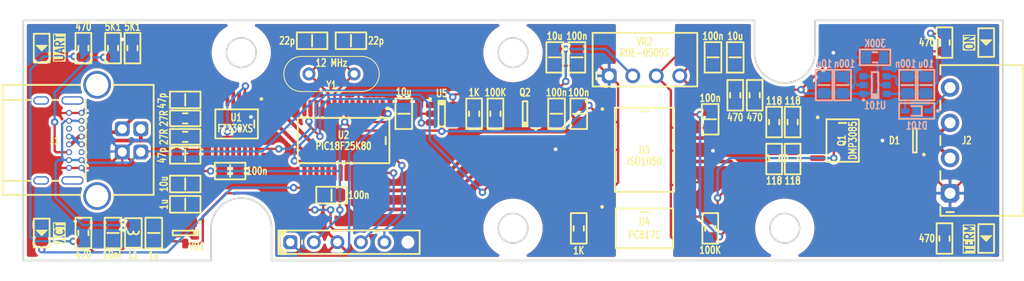
<source format=kicad_pcb>
(kicad_pcb (version 20240108) (generator "pcbnew") (generator_version "8.0")
  (layers (0 "F.Cu" signal) (31 "B.Cu" signal) (34 "B.Paste" user) (35 "F.Paste" user) (36 "B.SilkS" user "B.Silkscreen") (37 "F.SilkS" user "F.Silkscreen") (38 "B.Mask" user) (39 "F.Mask" user) (44 "Edge.Cuts" user))
  (net 0 "")
  (net 1 "B_5V")
  (net 2 "B_GND")
  (net 3 "A_GND")
  (net 4 "A_5V")
  (net 5 "A_5V_USB")
  (net 6 "A_USB_DP")
  (net 7 "A_USB_DN")
  (net 8 "A_CAN_RX")
  (net 9 "A_CAN_TX")
  (net 10 "A_UART_RX")
  (net 11 "A_UART_TX")
  (net 12 "A_ISCP_VPP")
  (net 13 "A_ICSP_DAT")
  (net 14 "A_ICSP_CLK")
  (net 15 "A_OSC1")
  (net 16 "A_OSC2")
  (net 17 "B_CAN_H")
  (net 18 "B_CAN_L")
  (net 19 "A_UART_DN")
  (net 20 "A_UART_DP")
  (net 21 "A_3V3")
  (net 22 "A_PWREN#")
  (net 23 "A_VDDCORE")
  (net 24 "A_IO_TERMINATE#")
  (net 25 "B_CAN_L_SPLIT")
  (net 26 "B_CAN_H_SPLIT")
  (net 27 "B_IO_TERMINATE#")
  (net 28 "B_CAN_SPLIT")
  (net 29 "B_LED_TERMINATE")
  (net 30 "B_LED_POWER")
  (net 31 "A_LED_UART")
  (net 32 "A_LED_UART#")
  (net 33 "A_LED_ACTIVITY")
  (net 34 "A_LED_ACTIVITY#")
  (net 35 "A_USB_CC1")
  (net 36 "A_USB_CC2")
  (net 37 "A_ISO_TERMINATE")
  (net 38 "A_PWREN#_5V")
  (net 39 "A_5V_SWITCHED")
  (net 40 "A_PWREN#_5V'")
  (net 41 "B_ILIMIT")
  (net 42 "B_5V_OUT")
  (net 43 "B_5V_DIODED")
  (footprint "Medo64:DS (0805)" (layer "F.Cu") (at 124 22.4 90)
    (property "Reference" "DS4" (hide yes))
    (property "Value" "ON")
  )
  (footprint "Medo64:R (0805)" (layer "F.Cu") (at 101.1 31 -90)
    (property "Reference" "R3" (hide yes))
    (property "Value" "118")
  )
  (footprint "Medo64:C (0805)" (layer "F.Cu") (at 55.4 22.2)
    (property "Reference" "C1" (hide yes))
    (property "Value" "22p")
  )
  (footprint "Medo64:Q MOSFET-P x2 (SO-8)" (layer "F.Cu") (at 108.5 33)
    (property "Reference" "Q1")
    (property "Value" "DMP3085")
  )
  (footprint "Medo64:C (0805)" (layer "F.Cu") (at 37.5 34.6)
    (property "Reference" "C4" (hide yes))
    (property "Value" "47p")
  )
  (footprint "Medo64:R (0805)" (layer "F.Cu") (at 119.5 43.6 90)
    (property "Reference" "R12" (hide yes))
    (property "Value" "470")
  )
  (footprint "Medo64:AT Optocoupler 1ch 80kHz 5000V [817C] (SOP-4)" (layer "F.Cu") (at 87.1 42.5)
    (property "Reference" "U4")
    (property "Value" "PC817C")
  )
  (footprint "Medo64:C (0805)" (layer "F.Cu") (at 37.5 39.9)
    (property "Reference" "C14" (hide yes))
    (property "Value" "1u")
  )
  (footprint "Medo64:R (0805)" (layer "F.Cu") (at 96.9 28.1 -90)
    (property "Reference" "R7" (hide yes))
    (property "Value" "470")
  )
  (footprint "Medo64:C (0805)" (layer "F.Cu") (at 29.7 43 -90)
    (property "Reference" "C5" (hide yes))
    (property "Value" "10nF")
  )
  (footprint "Medo64:R (0805)" (layer "F.Cu") (at 31.8 23 90)
    (property "Reference" "R16" (hide yes))
    (property "Value" "5K1")
  )
  (footprint "Medo64:R (0805)" (layer "F.Cu") (at 68.7 30.1 90)
    (property "Reference" "R14" (hide yes))
    (property "Value" "1K")
  )
  (footprint "Medo64:C (0805)" (layer "F.Cu") (at 77.4 24 -90)
    (property "Reference" "C17" (hide yes))
    (property "Value" "10u")
  )
  (footprint "Medo64:U LevelTranslator [74LVC1T45] (SOT23-6)" (layer "F.Cu") (at 65.2 30.1)
    (property "Reference" "U5")
    (property "Value" "  74LVC1T45" (hide yes))
  )
  (footprint "Medo64:R (0805)" (layer "F.Cu") (at 37.5 30.6)
    (property "Reference" "R1" (hide yes))
    (property "Value" "27R")
  )
  (footprint "Medo64:R (0805)" (layer "F.Cu") (at 94.2 42.5 90)
    (property "Reference" "R17" (hide yes))
    (property "Value" "100K")
  )
  (footprint "Medo64:R (0805)" (layer "F.Cu") (at 80 42.5 90)
    (property "Reference" "R13" (hide yes))
    (property "Value" "1K")
  )
  (footprint "Medo64:R (0805)" (layer "F.Cu") (at 101.1 35 -90)
    (property "Reference" "R5" (hide yes))
    (property "Value" "118")
  )
  (footprint "Medo64:J Phoenix MC [CAN] (4w)" (layer "F.Cu") (at 120.1 32.99 90)
    (property "Reference" "J2")
    (property "Value" "MC 1,5/4")
  )
  (footprint "Medo64:U Transceiver UART [FT230XS] (SSOP-16)" (layer "F.Cu") (at 43 31.2 -90)
    (property "Reference" "U1")
    (property "Value" "FT230XS")
  )
  (footprint "Medo64:C (0805)" (layer "F.Cu") (at 42.35 36.3)
    (property "Reference" "C6" (hide yes))
    (property "Value" "100n")
  )
  (footprint "Medo64:DS (0805)" (layer "F.Cu") (at 22 23 90)
    (property "Reference" "DS2" (hide yes))
    (property "Value" "UART")
  )
  (footprint "Medo64:C (0805)" (layer "F.Cu") (at 94.5 24 90)
    (property "Reference" "C11" (hide yes))
    (property "Value" "100n")
  )
  (footprint "Medo64:C (0805)" (layer "F.Cu") (at 61.1 30.1 90)
    (property "Reference" "C16" (hide yes))
    (property "Value" "10u")
  )
  (footprint "Medo64:Q MOSFET-P (SOT23-3)" (layer "F.Cu") (at 74.2 30.1 90)
    (property "Reference" "Q2")
    (property "Value" "Val**" (hide yes))
  )
  (footprint "Medo64:C (0805)" (layer "F.Cu") (at 53.3 38.9 180)
    (property "Reference" "C7" (hide yes))
    (property "Value" "100n")
  )
  (footprint "Medo64:C (0805)" (layer "F.Cu") (at 94.2 30.7 -90)
    (property "Reference" "C9" (hide yes))
    (property "Value" "100n")
  )
  (footprint "Medo64:R (0805)" (layer "F.Cu") (at 119.5 22.4 90)
    (property "Reference" "R11" (hide yes))
    (property "Value" "470")
  )
  (footprint "Medo64:C (0805)" (layer "F.Cu") (at 51.2 22.2 180)
    (property "Reference" "C2" (hide yes))
    (property "Value" "22p")
  )
  (footprint "Medo64:C (0805)" (layer "F.Cu") (at 80 30.1 -90)
    (property "Reference" "C8" (hide yes))
    (property "Value" "100n")
  )
  (footprint "Medo64:R (0805)" (layer "F.Cu") (at 29.7 23 90)
    (property "Reference" "R15" (hide yes))
    (property "Value" "5K1")
  )
  (footprint "Medo64:R (0805)" (layer "F.Cu") (at 103.1 31 -90)
    (property "Reference" "R4" (hide yes))
    (property "Value" "118")
  )
  (footprint "Medo64:R (0805)" (layer "F.Cu") (at 26.5 43 90)
    (property "Reference" "R10" (hide yes))
    (property "Value" "470")
  )
  (footprint "Medo64:C (0805)" (layer "F.Cu") (at 37.5 28.6)
    (property "Reference" "C3" (hide yes))
    (property "Value" "47p")
  )
  (footprint "Medo64:C (0805)" (layer "F.Cu") (at 79.8 24 -90)
    (property "Reference" "C10" (hide yes))
    (property "Value" "100n")
  )
  (footprint "Medo64:U Micro [PIC18F25K80] (SSOP-28)" (layer "F.Cu") (at 54.6 33 -90)
    (property "Reference" "U2")
    (property "Value" "PIC18F25K80")
  )
  (footprint "Medo64:R (0805)" (layer "F.Cu") (at 71 30.1 -90)
    (property "Reference" "R18" (hide yes))
    (property "Value" "100K")
  )
  (footprint "Medo64:C (0805)" (layer "F.Cu") (at 77.6 30.1 -90)
    (property "Reference" "C12" (hide yes))
    (property "Value" "100n")
  )
  (footprint "Medo64:U Transceiver CAN Isolated [ISO1050DUBR] (SOP-8)" (layer "F.Cu") (at 87.1 34)
    (property "Reference" "U3")
    (property "Value" "ISO1050")
  )
  (footprint "Medo64:D TVS 24V [PESD24VL2BT,215] (SOT23-3)" (layer "F.Cu") (at 116.3 32.99 90)
    (property "Reference" "D1")
    (property "Value" "PESD24VL2BT" (hide yes))
  )
  (footprint "Medo64:C (0805)" (layer "F.Cu") (at 96.9 24 90)
    (property "Reference" "C18" (hide yes))
    (property "Value" "10u")
  )
  (footprint "Medo64:VR DC-DC Isolated [ROE-0505S]  (4w)" (layer "F.Cu") (at 87.1 26)
    (property "Reference" "VR2")
    (property "Value" "ROE-0505S")
  )
  (footprint "Medo64:R (0805)" (layer "F.Cu") (at 37.5 32.6)
    (property "Reference" "R2" (hide yes))
    (property "Value" "27R")
  )
  (footprint "Medo64:Y Crystal (HC49U)" (layer "F.Cu") (at 53.3 25.8 180)
    (property "Reference" "Y1")
    (property "Value" "12 MHz")
  )
  (footprint "Medo64:DS (0805)" (layer "F.Cu") (at 124 43.6 90)
    (property "Reference" "DS3" (hide yes))
    (property "Value" "TERM")
  )
  (footprint "Medo64:J USB BC 2.0 Receptacle (4-16w)" (layer "F.Cu") (at 26.3 32.99 -90)
    (property "Reference" "J1")
    (property "Value" "USB4085 B1HSW6" (hide yes))
  )
  (footprint "Medo64:R (0805)" (layer "F.Cu") (at 99 28.1 -90)
    (property "Reference" "R8" (hide yes))
    (property "Value" "470")
  )
  (footprint "Medo64:R (0805)" (layer "F.Cu") (at 26.5 23 90)
    (property "Reference" "R9" (hide yes))
    (property "Value" "470")
  )
  (footprint "Medo64:DS (0805)" (layer "F.Cu") (at 22 43 90)
    (property "Reference" "DS1" (hide yes))
    (property "Value" "ACT")
  )
  (footprint "Medo64:L (0805)" (layer "F.Cu") (at 31.9 43 -90)
    (property "Reference" "L1")
    (property "Value" "1u" (hide yes))
  )
  (footprint "Medo64:ICSP PIC Pogo (6w)" (layer "F.Cu") (at 55.2 44)
    (property "Reference" "ICSP" (hide yes))
    (property "Value" "Microchip PIC" (hide yes))
  )
  (footprint "Medo64:VR Linear 3.3V 250mA [MCP1700] (SOT-23)" (layer "F.Cu") (at 37.5 43 180)
    (property "Reference" "VR1")
    (property "Value" "MCP1700" (hide yes))
  )
  (footprint "Medo64:C (0805)" (layer "F.Cu") (at 37.5 37.7)
    (property "Reference" "C15" (hide yes))
    (property "Value" "10u")
  )
  (footprint "Medo64:C (0805)" (layer "F.Cu") (at 34.1 43 90)
    (property "Reference" "C13" (hide yes))
    (property "Value" "1u")
  )
  (footprint "Medo64:R (0805)" (layer "F.Cu") (at 103.1 35 -90)
    (property "Reference" "R6" (hide yes))
    (property "Value" "118")
  )
  (footprint "Medo64:C (0805)" (layer "B.Cu") (at 115.5 27 90)
    (property "Reference" "C102" (hide yes))
    (property "Value" "100n")
  )
  (footprint "Medo64:C (0805)" (layer "B.Cu") (at 106.5 27 90)
    (property "Reference" "C103" (hide yes))
    (property "Value" "10u")
  )
  (footprint "Medo64:C (0805)" (layer "B.Cu") (at 108.5 27 90)
    (property "Reference" "C101" (hide yes))
    (property "Value" "100n")
  )
  (footprint "Medo64:U LoadSwitch Adjustable [AP22653W6-7] (SOT23-6)" (layer "B.Cu") (at 112 27)
    (property "Reference" "U101")
    (property "Value" "AP22653" (hide yes))
  )
  (footprint "Medo64:D (SOD323)" (layer "B.Cu") (at 116.5 29.8 180)
    (property "Reference" "D101")
    (property "Value" "CUS08F30" (hide yes))
  )
  (footprint "Medo64:C (0805)" (layer "B.Cu") (at 117.5 27 90)
    (property "Reference" "C104" (hide yes))
    (property "Value" "10u")
  )
  (footprint "Medo64:R (0805)" (layer "B.Cu") (at 112 24 180)
    (property "Reference" "R101" (hide yes))
    (property "Value" "300K")
  )
  (gr_circle (center 72.9 42.49) (end 74.5 42.49) (stroke (width 0.2)) (fill none) (layer "Edge.Cuts"))
  (gr_circle (center 43.55 23.49) (end 45.15 23.49) (stroke (width 0.2)) (fill none) (layer "Edge.Cuts"))
  (gr_line (start 125.8 45.98) (end 125.8 20) (stroke (width 0.2)) (layer "Edge.Cuts"))
  (gr_line (start 46.82 45.98) (end 46.82 42.49) (stroke (width 0.2)) (layer "Edge.Cuts"))
  (gr_line (start 105.51 23.49) (end 105.51 20) (stroke (width 0.2)) (layer "Edge.Cuts"))
  (gr_line (start 105.51 20) (end 125.8 20) (stroke (width 0.2)) (layer "Edge.Cuts"))
  (gr_circle (center 72.9 23.49) (end 74.5 23.49) (stroke (width 0.2)) (fill none) (layer "Edge.Cuts"))
  (gr_line (start 20 20) (end 20 45.98) (stroke (width 0.2)) (layer "Edge.Cuts"))
  (gr_line (start 46.82 45.98) (end 125.8 45.98) (stroke (width 0.2)) (layer "Edge.Cuts"))
  (gr_circle (center 102.25 42.49) (end 103.85 42.49) (stroke (width 0.2)) (fill none) (layer "Edge.Cuts"))
  (gr_line (start 40.29 45.98) (end 40.29 42.49) (stroke (width 0.2)) (layer "Edge.Cuts"))
  (gr_line (start 20 45.98) (end 40.29 45.98) (stroke (width 0.2)) (layer "Edge.Cuts"))
  (gr_arc (start 40.29 42.49) (mid 43.555 39.225) (end 46.82 42.49) (stroke (width 0.2)) (layer "Edge.Cuts"))
  (gr_arc (start 105.51 23.49) (mid 102.245 26.755) (end 98.98 23.49) (stroke (width 0.2)) (layer "Edge.Cuts"))
  (gr_line (start 20 20) (end 98.98 20) (stroke (width 0.2)) (layer "Edge.Cuts"))
  (gr_line (start 98.98 23.49) (end 98.98 20) (stroke (width 0.2)) (layer "Edge.Cuts"))
  (segment (start 117.35 23.35) (end 117.1 23.1) (width 0.25) (layer "F.Cu") (net 1))
  (segment (start 117.1 21.2) (end 116.8 20.9) (width 0.25) (layer "F.Cu") (net 1))
  (segment (start 94 43.4) (end 95.2 43.4) (width 0.25) (layer "F.Cu") (net 1))
  (segment (start 91.65 26.74) (end 90.91 26) (width 0.25) (layer "F.Cu") (net 1))
  (segment (start 91.65 30.19) (end 93.81 30.19) (width 0.25) (layer "F.Cu") (net 1))
  (segment (start 95.7 39.7) (end 96.9 38.5) (width 0.25) (layer "F.Cu") (net 1))
  (segment (start 115.7 43.2) (end 117.05 44.55) (width 0.25) (layer "F.Cu") (net 1))
  (segment (start 117.05 44.55) (end 119.5 44.55) (width 0.25) (layer "F.Cu") (net 1))
  (segment (start 100.45 27.15) (end 99 27.15) (width 0.25) (layer "F.Cu") (net 1))
  (segment (start 117.1 23.1) (end 117.1 21.2) (width 0.25) (layer "F.Cu") (net 1))
  (segment (start 106.8 20.9) (end 106.4 21.3) (width 0.25) (layer "F.Cu") (net 1))
  (segment (start 96.9 24.9) (end 94.5 24.9) (width 0.25) (layer "F.Cu") (net 1))
  (segment (start 114.6 38.5) (end 115.7 39.6) (width 0.25) (layer "F.Cu") (net 1))
  (segment (start 116.8 20.9) (end 106.8 20.9) (width 0.25) (layer "F.Cu") (net 1))
  (segment (start 106.4 21.3) (end 106.4 25.1) (width 0.25) (layer "F.Cu") (net 1))
  (segment (start 106.4 25.1) (end 104 27.5) (width 0.25) (layer "F.Cu") (net 1))
  (segment (start 99 27.15) (end 96.9 27.15) (width 0.25) (layer "F.Cu") (net 1))
  (segment (start 104 27.5) (end 100.8 27.5) (width 0.25) (layer "F.Cu") (net 1))
  (segment (start 94.5 24.9) (end 92.4 24.9) (width 0.25) (layer "F.Cu") (net 1))
  (segment (start 100.8 27.5) (end 100.45 27.15) (width 0.25) (layer "F.Cu") (net 1))
  (segment (start 92.01 24.9) (end 90.91 26) (width 0.25) (layer "F.Cu") (net 1))
  (segment (start 115.7 39.6) (end 115.7 43.2) (width 0.25) (layer "F.Cu") (net 1))
  (segment (start 96.9 38.5) (end 114.6 38.5) (width 0.25) (layer "F.Cu") (net 1))
  (segment (start 95.7 42.9) (end 95.7 39.7) (width 0.25) (layer "F.Cu") (net 1))
  (segment (start 95.2 43.4) (end 95.7 42.9) (width 0.25) (layer "F.Cu") (net 1))
  (segment (start 91.65 30.19) (end 91.65 26.74) (width 0.25) (layer "F.Cu") (net 1))
  (segment (start 96.9 24.9) (end 96.9 27.15) (width 0.25) (layer "F.Cu") (net 1))
  (segment (start 92.4 24.9) (end 92.01 24.9) (width 0.25) (layer "F.Cu") (net 1))
  (segment (start 119.5 23.35) (end 117.35 23.35) (width 0.25) (layer "F.Cu") (net 1))
  (via (at 93.1 30.200002) (size 0.8) (drill 0.4) (layers "F.Cu" "B.Cu") (net 1))
  (via (at 104 27.5) (size 0.8) (drill 0.4) (layers "F.Cu" "B.Cu") (net 1))
  (via (at 95.2 43.4) (size 0.8) (drill 0.4) (layers "F.Cu" "B.Cu") (net 1))
  (segment (start 93.1 41.3) (end 93.1 30.200002) (width 0.25) (layer "B.Cu") (net 1))
  (segment (start 111.7 27.6) (end 111.35 27.95) (width 0.25) (layer "B.Cu") (net 1))
  (segment (start 104.4 27.9) (end 104 27.5) (width 0.25) (layer "B.Cu") (net 1))
  (segment (start 111.45 26.05) (end 111.7 26.3) (width 0.25) (layer "B.Cu") (net 1))
  (segment (start 110.75 27.95) (end 108.55 27.95) (width 0.25) (layer "B.Cu") (net 1))
  (segment (start 110.75 26.05) (end 111.45 26.05) (width 0.25) (layer "B.Cu") (net 1))
  (segment (start 111.35 27.95) (end 110.75 27.95) (width 0.25) (layer "B.Cu") (net 1))
  (segment (start 108.5 27.9) (end 106.5 27.9) (width 0.25) (layer "B.Cu") (net 1))
  (segment (start 108.55 27.95) (end 108.5 27.9) (width 0.25) (layer "B.Cu") (net 1))
  (segment (start 111.7 26.3) (end 111.7 27.6) (width 0.25) (layer "B.Cu") (net 1))
  (segment (start 106.5 27.9) (end 104.4 27.9) (width 0.25) (layer "B.Cu") (net 1))
  (segment (start 95.2 43.4) (end 93.1 41.3) (width 0.25) (layer "B.Cu") (net 1))
  (segment (start 89.95 43.4) (end 89.95 37.81) (width 0.25) (layer "F.Cu") (net 2))
  (segment (start 89.95 37.81) (end 89.95 34.1) (width 0.25) (layer "F.Cu") (net 2))
  (segment (start 121.95 36.855) (end 121.95 33) (width 0.25) (layer "F.Cu") (net 2))
  (segment (start 89.95 34.1) (end 89.95 31.6) (width 0.25) (layer "F.Cu") (net 2))
  (segment (start 91.27 23.1) (end 88.37 26) (width 0.25) (layer "F.Cu") (net 2))
  (segment (start 99 29.05) (end 107.15 29.05) (width 0.25) (layer "F.Cu") (net 2))
  (segment (start 107.5 28.7) (end 107.5 23.5) (width 0.25) (layer "F.Cu") (net 2))
  (segment (start 112.8 33) (end 113.4 33) (width 0.25) (layer "F.Cu") (net 2))
  (segment (start 124 30.95) (end 124 23.3) (width 0.25) (layer "F.Cu") (net 2))
  (segment (start 89.95 31.6) (end 94.2 31.6) (width 0.25) (layer "F.Cu") (net 2))
  (segment (start 96.9 30.9) (end 96.9 29.05) (width 0.25) (layer "F.Cu") (net 2))
  (segment (start 96.9 23.1) (end 94.5 23.1) (width 0.25) (layer "F.Cu") (net 2))
  (segment (start 89.95 34.1) (end 94.5 34.1) (width 0.25) (layer "F.Cu") (net 2))
  (segment (start 99 29.05) (end 96.9 29.05) (width 0.25) (layer "F.Cu") (net 2))
  (segment (start 107.15 29.05) (end 107.5 28.7) (width 0.25) (layer "F.Cu") (net 2))
  (segment (start 115.325 32.99) (end 121.94 32.99) (width 0.25) (layer "F.Cu") (net 2))
  (segment (start 89.95 31.6) (end 89.95 27.6) (width 0.25) (layer "F.Cu") (net 2))
  (segment (start 94.2 31.6) (end 96.2 31.6) (width 0.25) (layer "F.Cu") (net 2))
  (segment (start 96.2 31.6) (end 96.9 30.9) (width 0.25) (layer "F.Cu") (net 2))
  (segment (start 89.95 27.6) (end 88.37 26.02) (width 0.25) (layer "F.Cu") (net 2))
  (segment (start 89.95 37.81) (end 91.65 37.81) (width 0.25) (layer "F.Cu") (net 2))
  (segment (start 121.94 32.99) (end 121.95 33) (width 0.25) (layer "F.Cu") (net 2))
  (segment (start 120.1 38.705) (end 121.95 36.855) (width 0.25) (layer "F.Cu") (net 2))
  (segment (start 94.5 23.1) (end 91.27 23.1) (width 0.25) (layer "F.Cu") (net 2))
  (segment (start 91.65 37.81) (end 91.95 37.51) (width 0.25) (layer "F.Cu") (net 2))
  (segment (start 91.675 43.77) (end 90.32 43.77) (width 0.25) (layer "F.Cu") (net 2))
  (segment (start 118.905 37.51) (end 120.1 38.705) (width 0.25) (layer "F.Cu") (net 2))
  (segment (start 112.81 32.99) (end 112.8 33) (width 0.25) (layer "F.Cu") (net 2))
  (segment (start 115.325 32.99) (end 112.81 32.99) (width 0.25) (layer "F.Cu") (net 2))
  (segment (start 121.95 33) (end 124 30.95) (width 0.25) (layer "F.Cu") (net 2))
  (segment (start 91.95 37.51) (end 118.905 37.51) (width 0.25) (layer "F.Cu") (net 2))
  (segment (start 90.32 43.77) (end 89.95 43.4) (width 0.25) (layer "F.Cu") (net 2))
  (via (at 94.5 34.1) (size 0.8) (drill 0.4) (layers "F.Cu" "B.Cu") (net 2))
  (via (at 112.8 33) (size 0.8) (drill 0.4) (layers "F.Cu" "B.Cu") (net 2))
  (via (at 107.5 23.5) (size 0.8) (drill 0.4) (layers "F.Cu" "B.Cu") (net 2))
  (segment (start 114.8 22.4) (end 111.4 22.4) (width 0.25) (layer "B.Cu") (net 2))
  (segment (start 110.75 27) (end 110.05 27) (width 0.25) (layer "B.Cu") (net 2))
  (segment (start 108.5 26.1) (end 109.8 26.1) (width 0.25) (layer "B.Cu") (net 2))
  (segment (start 117.5 26.1) (end 115.5 26.1) (width 0.25) (layer "B.Cu") (net 2))
  (segment (start 111.4 22.4) (end 111.05 22.75) (width 0.25) (layer "B.Cu") (net 2))
  (segment (start 110.05 27) (end 109.8 26.75) (width 0.25) (layer "B.Cu") (net 2))
  (segment (start 111.05 22.75) (end 111.05 24) (width 0.25) (layer "B.Cu") (net 2))
  (segment (start 106.5 26.1) (end 107.5 26.1) (width 0.25) (layer "B.Cu") (net 2))
  (segment (start 107.5 26.1) (end 108.5 26.1) (width 0.25) (layer "B.Cu") (net 2))
  (segment (start 110.05 24) (end 111.05 24) (width 0.25) (layer "B.Cu") (net 2))
  (segment (start 109.8 26.1) (end 109.8 24.25) (width 0.25) (layer "B.Cu") (net 2))
  (segment (start 115.5 26.1) (end 115.5 23.1) (width 0.25) (layer "B.Cu") (net 2))
  (segment (start 115.5 23.1) (end 114.8 22.4) (width 0.25) (layer "B.Cu") (net 2))
  (segment (start 109.8 26.75) (end 109.8 26.1) (width 0.25) (layer "B.Cu") (net 2))
  (segment (start 109.8 24.25) (end 110.05 24) (width 0.25) (layer "B.Cu") (net 2))
  (segment (start 107.5 23.5) (end 107.5 26.1) (width 0.25) (layer "B.Cu") (net 2))
  (segment (start 23.5 36.03) (end 22.625 35.155) (width 0.25) (layer "F.Cu") (net 3))
  (segment (start 84.25 37.55) (end 84.25 34) (width 0.25) (layer "F.Cu") (net 3))
  (segment (start 63.95 30.1) (end 62.1 30.1) (width 0.25) (layer "F.Cu") (net 3))
  (segment (start 61.1 27.5) (end 61.1 29.2) (width 0.25) (layer "F.Cu") (net 3))
  (segment (start 56.225 29.5) (end 56.225 27.525) (width 0.25) (layer "F.Cu") (net 3))
  (segment (start 24.95 30.015) (end 26.3 30.015) (width 0.25) (layer "F.Cu") (net 3))
  (segment (start 57.4 21.1) (end 57 20.7) (width 0.25) (layer "F.Cu") (net 3))
  (segment (start 43.3175 36.0825) (end 43.3175 33.9) (width 0.25) (layer "F.Cu") (net 3))
  (segment (start 84.25 34) (end 84.25 31.6) (width 0.25) (layer "F.Cu") (net 3))
  (segment (start 56.875 35.025) (end 56.65 34.8) (width 0.25) (layer "F.Cu") (net 3))
  (segment (start 22.985 30.015) (end 24.95 30.015) (width 0.25) (layer "F.Cu") (net 3))
  (segment (start 37.5 34.6) (end 37.5 35.5) (width 0.25) (layer "F.Cu") (net 3))
  (segment (start 54.25 34.8) (end 53.951992 34.501992) (width 0.25) (layer "F.Cu") (net 3))
  (segment (start 28.8 43.9) (end 29.7 43.9) (width 0.25) (layer "F.Cu") (net 3))
  (segment (start 38.45 42.8) (end 38.45 41.85) (width 0.25) (layer "F.Cu") (net 3))
  (segment (start 57 20.7) (end 56.3 20.7) (width 0.25) (layer "F.Cu") (net 3))
  (segment (start 54.25 34.8) (end 53.25 34.8) (width 0.25) (layer "F.Cu") (net 3))
  (segment (start 28.1 41.5) (end 28.1 43.2) (width 0.25) (layer "F.Cu") (net 3))
  (segment (start 38.4 39.9) (end 38.4 37.7) (width 0.25) (layer "F.Cu") (net 3))
  (segment (start 37.5 34.6) (end 37.5 29.5) (width 0.25) (layer "F.Cu") (net 3))
  (segment (start 84.25 26.9) (end 83.35 26) (width 0.25) (layer "F.Cu") (net 3))
  (segment (start 38.25 43) (end 38.45 42.8) (width 0.25) (layer "F.Cu") (net 3))
  (segment (start 50.7 20.7) (end 50.3 21.1) (width 0.25) (layer "F.Cu") (net 3))
  (segment (start 56.65 34.8) (end 54.925 34.8) (width 0.25) (layer "F.Cu") (net 3))
  (segment (start 43.3175 31.7175) (end 42.6825 31.0825) (width 0.25) (layer "F.Cu") (net 3))
  (segment (start 53.951992 30.698007) (end 54.275 30.374999) (width 0.25) (layer "F.Cu") (net 3))
  (segment (start 25.4 41.1) (end 27.7 41.1) (width 0.25) (layer "F.Cu") (net 3))
  (segment (start 27.7 41.1) (end 28.1 41.5) (width 0.25) (layer "F.Cu") (net 3))
  (segment (start 82.55 37.81) (end 83.99 37.81) (width 0.25) (layer "F.Cu") (net 3))
  (segment (start 23.565 35.965) (end 23.5 36.03) (width 0.25) (layer "F.Cu") (net 3))
  (segment (start 52.975 35.075) (end 52.975 36.5) (width 0.25) (layer "F.Cu") (net 3))
  (segment (start 52.975 36.5) (end 52.975 38.325) (width 0.25) (layer "F.Cu") (net 3))
  (segment (start 24.95 35.965) (end 23.565 35.965) (width 0.25) (layer "F.Cu") (net 3))
  (segment (start 26.3 35.965) (end 24.95 35.965) (width 0.25) (layer "F.Cu") (net 3))
  (segment (start 50.3 21.1) (end 50.3 22.2) (width 0.25) (layer "F.Cu") (net 3))
  (segment (start 57.4 27.5) (end 57.4 21.1) (width 0.25) (layer "F.Cu") (net 3))
  (segment (start 43.3175 33.9) (end 43.3175 31.7175) (width 0.25) (layer "F.Cu") (net 3))
  (segment (start 38.4 34.6) (end 37.5 34.6) (width 0.25) (layer "F.Cu") (net 3))
  (segment (start 61.1 27.5) (end 74.6 27.5) (width 0.25) (layer "F.Cu") (net 3))
  (segment (start 84.25 34) (end 77.55 34) (width 0.25) (layer "F.Cu") (net 3))
  (segment (start 28.1 43.2) (end 28.8 43.9) (width 0.25) (layer "F.Cu") (net 3))
  (segment (start 56.225 27.525) (end 56.25 27.5) (width 0.25) (layer "F.Cu") (net 3))
  (segment (start 56.875 36.5) (end 56.875 35.025) (width 0.25) (layer "F.Cu") (net 3))
  (segment (start 83.99 37.81) (end 84.25 37.55) (width 0.25) (layer "F.Cu") (net 3))
  (segment (start 38.45 41.85) (end 38.45 39.95) (width 0.25) (layer "F.Cu") (net 3))
  (segment (start 54.275 30.374999) (end 54.275 29.5) (width 0.25) (layer "F.Cu") (net 3))
  (segment (start 29.7 22.05) (end 30.7 22.05) (width 0.25) (layer "F.Cu") (net 3))
  (segment (start 47.6 38.9) (end 45 36.3) (width 0.25) (layer "F.Cu") (net 3))
  (segment (start 56.2 20.7) (end 50.7 20.7) (width 0.25) (layer "F.Cu") (net 3))
  (segment (start 42.05 37.7) (end 43.25 36.5) (width 0.25) (layer "F.Cu") (net 3))
  (segment (start 54.275 34.825) (end 54.25 34.8) (width 0.25) (layer "F.Cu") (net 3))
  (segment (start 56.25 27.5) (end 57.4 27.5) (width 0.25) (layer "F.Cu") (net 3))
  (segment (start 52.4 38.9) (end 47.6 38.9) (width 0.25) (layer "F.Cu") (net 3))
  (segment (start 37 36) (end 29.935 36) (width 0.25) (layer "F.Cu") (net 3))
  (segment (start 35.2 42.1) (end 36.1 43) (width 0.25) (layer "F.Cu") (net 3))
  (segment (start 26.335 36) (end 30.665 36) (width 0.25) (layer "F.Cu") (net 3))
  (segment (start 22.625 35.155) (end 22.625 30.375) (width 0.25) (layer "F.Cu") (net 3))
  (segment (start 52.4 42.47) (end 53.93 44) (width 0.25) (layer "F.Cu") (net 3))
  (segment (start 42.6825 31.0825) (end 42.6825 28.5) (width 0.25) (layer "F.Cu") (net 3))
  (segment (start 54.925 36.5) (end 54.925 34.8) (width 0.25) (layer "F.Cu") (net 3))
  (segment (start 34.1 42.1) (end 35.2 42.1) (width 0.25) (layer "F.Cu") (net 3))
  (segment (start 84.25 31.6) (end 84.25 26.9) (width 0.25) (layer "F.Cu") (net 3))
  (segment (start 54.275 36.5) (end 54.275 34.825) (width 0.25) (layer "F.Cu") (net 3))
  (segment (start 23.5 36.03) (end 23.5 39.2) (width 0.25) (layer "F.Cu") (net 3))
  (segment (start 62.1 30.1) (end 61.2 29.2) (width 0.25) (layer "F.Cu") (net 3))
  (segment (start 82.19 24.9) (end 83.29 26) (width 0.25) (layer "F.Cu") (net 3))
  (segment (start 53.25 34.8) (end 52.975 35.075) (width 0.25) (layer "F.Cu") (net 3))
  (segment (start 77.55 34) (end 77.5 33.95) (width 0.25) (layer "F.Cu") (net 3))
  (segment (start 22.625 30.375) (end 22.985 30.015) (width 0.25) (layer "F.Cu") (net 3))
  (segment (start 31.8 22.05) (end 30.7 22.05) (width 0.25) (layer "F.Cu") (net 3))
  (segment (start 53.951992 34.501992) (end 53.951992 30.698007) (width 0.25) (layer "F.Cu") (net 3))
  (segment (start 84.15 31) (end 80 31) (width 0.25) (layer "F.Cu") (net 3))
  (segment (start 30.7 35.965) (end 30.7 34.18) (width 0.25) (layer "F.Cu") (net 3))
  (segment (start 23.5 39.2) (end 25.4 41.1) (width 0.25) (layer "F.Cu") (net 3))
  (segment (start 38.4 37.7) (end 42.05 37.7) (width 0.25) (layer "F.Cu") (net 3))
  (segment (start 37.5 29.5) (end 38.4 28.6) (width 0.25) (layer "F.Cu") (net 3))
  (segment (start 77.4 24.9) (end 82.19 24.9) (width 0.25) (layer "F.Cu") (net 3))
  (segment (start 36.1 43) (end 38.25 43) (width 0.25) (layer "F.Cu") (net 3))
  (segment (start 84.25 31.1) (end 84.15 31) (width 0.25) (layer "F.Cu") (net 3))
  (segment (start 56.3 22.2) (end 56.3 20.7) (width 0.25) (layer "F.Cu") (net 3))
  (segment (start 45 36.3) (end 43.25 36.3) (width 0.25) (layer "F.Cu") (net 3))
  (segment (start 30.665 36) (end 30.7 35.965) (width 0.25) (layer "F.Cu") (net 3))
  (segment (start 54.925 34.8) (end 54.25 34.8) (width 0.25) (layer "F.Cu") (net 3))
  (segment (start 57.4 27.5) (end 61.1 27.5) (width 0.25) (layer "F.Cu") (net 3))
  (segment (start 55 27.5) (end 56.25 27.5) (width 0.25) (layer "F.Cu") (net 3))
  (segment (start 84.25 31.6) (end 84.25 31.1) (width 0.25) (layer "F.Cu") (net 3))
  (segment (start 56.3 20.7) (end 56.2 20.7) (width 0.25) (layer "F.Cu") (net 3))
  (segment (start 37.5 35.5) (end 37 36) (width 0.25) (layer "F.Cu") (net 3))
  (segment (start 74.6 27.5) (end 77.2 24.9) (width 0.25) (layer "F.Cu") (net 3))
  (segment (start 54.275 29.5) (end 54.275 28.225) (width 0.25) (layer "F.Cu") (net 3))
  (segment (start 52.975 38.325) (end 52.4 38.9) (width 0.25) (layer "F.Cu") (net 3))
  (segment (start 54.275 28.225) (end 55 27.5) (width 0.25) (layer "F.Cu") (net 3))
  (segment (start 52.4 38.9) (end 52.4 42.47) (width 0.25) (layer "F.Cu") (net 3))
  (via (at 43.3175 31.7175) (size 0.8) (drill 0.4) (layers "F.Cu" "B.Cu") (net 3))
  (via (at 30.7 22.05) (size 0.8) (drill 0.4) (layers "F.Cu" "B.Cu") (net 3))
  (via (at 77.5 33.95) (size 0.8) (drill 0.4) (layers "F.Cu" "B.Cu") (net 3))
  (via (at 44.6 30.45) (size 0.8) (drill 0.4) (layers "F.Cu" "B.Cu") (net 3))
  (segment (start 28 29.9) (end 28 33.8) (width 0.25) (layer "B.Cu") (net 3))
  (segment (start 43.3175 31.7175) (end 43.3325 31.7175) (width 0.25) (layer "B.Cu") (net 3))
  (segment (start 26.3 30.015) (end 27.885 30.015) (width 0.25) (layer "B.Cu") (net 3))
  (segment (start 28.38 34.18) (end 30.7 34.18) (width 0.25) (layer "B.Cu") (net 3))
  (segment (start 43.3325 31.7175) (end 44.6 30.45) (width 0.25) (layer "B.Cu") (net 3))
  (segment (start 30.7 27.2) (end 28 29.9) (width 0.25) (layer "B.Cu") (net 3))
  (segment (start 28 33.8) (end 28.38 34.18) (width 0.25) (layer "B.Cu") (net 3))
  (segment (start 30.7 22.05) (end 30.7 27.2) (width 0.25) (layer "B.Cu") (net 3))
  (segment (start 25.45 43.95) (end 25.4 43.9) (width 0.25) (layer "F.Cu") (net 4))
  (segment (start 26.5 23.95) (end 25.55 23.95) (width 0.25) (layer "F.Cu") (net 4))
  (segment (start 31.9 43.85) (end 34.05 43.85) (width 0.25) (layer "F.Cu") (net 4))
  (segment (start 79.55 43.45) (end 74.6 38.5) (width 0.25) (layer "F.Cu") (net 4))
  (segment (start 74.6 38.5) (end 70.9 38.5) (width 0.25) (layer "F.Cu") (net 4))
  (segment (start 41.9 38.7) (end 45.2 38.7) (width 0.25) (layer "F.Cu") (net 4))
  (segment (start 39.15 44.15) (end 39.4 43.9) (width 0.25) (layer "F.Cu") (net 4))
  (segment (start 47 40.5) (end 51.499988 40.5) (width 0.25) (layer "F.Cu") (net 4))
  (segment (start 34.1 43.9) (end 37.25 43.9) (width 0.25) (layer "F.Cu") (net 4))
  (segment (start 26.5 43.95) (end 25.45 43.95) (width 0.25) (layer "F.Cu") (net 4))
  (segment (start 31.65 43.85) (end 30.4 45.1) (width 0.25) (layer "F.Cu") (net 4))
  (segment (start 39.4 41.2) (end 41.9 38.7) (width 0.25) (layer "F.Cu") (net 4))
  (segment (start 39.4 43.9) (end 39.4 41.2) (width 0.25) (layer "F.Cu") (net 4))
  (segment (start 27.65 45.1) (end 26.5 43.95) (width 0.25) (layer "F.Cu") (net 4))
  (segment (start 53.6 42.7) (end 53.2 42.3) (width 0.25) (layer "F.Cu") (net 4))
  (segment (start 37.5 44.15) (end 39.15 44.15) (width 0.25) (layer "F.Cu") (net 4))
  (segment (start 53.2 42.3) (end 53.2 40.5) (width 0.25) (layer "F.Cu") (net 4))
  (segment (start 70.9 38.5) (end 66.7 42.7) (width 0.25) (layer "F.Cu") (net 4))
  (segment (start 66.7 42.7) (end 53.6 42.7) (width 0.25) (layer "F.Cu") (net 4))
  (segment (start 25.55 23.95) (end 25.5 23.9) (width 0.25) (layer "F.Cu") (net 4))
  (segment (start 30.4 45.1) (end 27.65 45.1) (width 0.25) (layer "F.Cu") (net 4))
  (segment (start 37.25 43.9) (end 37.5 44.15) (width 0.25) (layer "F.Cu") (net 4))
  (segment (start 45.2 38.7) (end 47 40.5) (width 0.25) (layer "F.Cu") (net 4))
  (via (at 25.5 23.9) (size 0.8) (drill 0.4) (layers "F.Cu" "B.Cu") (net 4))
  (via (at 25.4 43.9) (size 0.8) (drill 0.4) (layers "F.Cu" "B.Cu") (net 4))
  (via (at 51.499988 40.5) (size 0.8) (drill 0.4) (layers "F.Cu" "B.Cu") (net 4))
  (via (at 53.2 40.5) (size 0.8) (drill 0.4) (layers "F.Cu" "B.Cu") (net 4))
  (segment (start 25.4 43.9) (end 21.2 43.9) (width 0.25) (layer "B.Cu") (net 4))
  (segment (start 21.2 43.9) (end 20.765 43.465) (width 0.25) (layer "B.Cu") (net 4))
  (segment (start 51.499988 40.5) (end 53.2 40.5) (width 0.25) (layer "B.Cu") (net 4))
  (segment (start 22.2 23.9) (end 25.5 23.9) (width 0.25) (layer "B.Cu") (net 4))
  (segment (start 20.765 43.465) (end 20.765 25.335) (width 0.25) (layer "B.Cu") (net 4))
  (segment (start 20.765 25.335) (end 22.2 23.9) (width 0.25) (layer "B.Cu") (net 4))
  (segment (start 30.8 42.15) (end 30.800022 42.15) (width 0.25) (layer "F.Cu") (net 5))
  (segment (start 75.3 29.15) (end 71 29.15) (width 0.25) (layer "F.Cu") (net 5))
  (segment (start 71 29.15) (end 69.85 28) (width 0.25) (layer "F.Cu") (net 5))
  (segment (start 30.8 42.15) (end 29.75 42.15) (width 0.25) (layer "F.Cu") (net 5))
  (segment (start 66.7 28) (end 66.4 28.3) (width 0.25) (layer "F.Cu") (net 5))
  (segment (start 66.45 29.15) (end 66.45 28.35) (width 0.25) (layer "F.Cu") (net 5))
  (segment (start 69.85 28) (end 66.7 28) (width 0.25) (layer "F.Cu") (net 5))
  (segment (start 31.9 42.15) (end 30.8 42.15) (width 0.25) (layer "F.Cu") (net 5))
  (segment (start 74.95 28.95) (end 75 28.9) (width 0.25) (layer "F.Cu") (net 5))
  (segment (start 66.45 30.1) (end 66.45 29.15) (width 0.25) (layer "F.Cu") (net 5))
  (segment (start 66.45 28.35) (end 66.4 28.3) (width 0.25) (layer "F.Cu") (net 5))
  (via (at 66.4 28.3) (size 0.8) (drill 0.4) (layers "F.Cu" "B.Cu") (net 5))
  (via (at 30.800022 42.15) (size 0.8) (drill 0.4) (layers "F.Cu" "B.Cu") (net 5))
  (segment (start 24.2 31.2) (end 24.2 35.115) (width 0.25) (layer "B.Cu") (net 5))
  (segment (start 45.82 34.18) (end 32.7 34.18) (width 0.25) (layer "B.Cu") (net 5))
  (segment (start 32.7 34.18) (end 31.48 35.4) (width 0.25) (layer "B.Cu") (net 5))
  (segment (start 26.654239 35.4) (end 26.369239 35.115) (width 0.25) (layer "B.Cu") (net 5))
  (segment (start 24.95 30.865) (end 26.3 30.865) (width 0.25) (layer "B.Cu") (net 5))
  (segment (start 52.4 27.6) (end 45.82 34.18) (width 0.25) (layer "B.Cu") (net 5))
  (segment (start 24.95 30.865) (end 24.535 30.865) (width 0.25) (layer "B.Cu") (net 5))
  (segment (start 65.7 27.6) (end 52.4 27.6) (width 0.25) (layer "B.Cu") (net 5))
  (segment (start 23.785 35.115) (end 23.5 35.4) (width 0.25) (layer "B.Cu") (net 5))
  (segment (start 24.95 35.115) (end 26.3 35.115) (width 0.25) (layer "B.Cu") (net 5))
  (segment (start 66.4 28.3) (end 65.7 27.6) (width 0.25) (layer "B.Cu") (net 5))
  (segment (start 23.5 35.4) (end 23.5 39.2) (width 0.25) (layer "B.Cu") (net 5))
  (segment (start 24.95 35.115) (end 23.785 35.115) (width 0.25) (layer "B.Cu") (net 5))
  (segment (start 23.5 39.2) (end 26.45 42.15) (width 0.25) (layer "B.Cu") (net 5))
  (segment (start 24.535 30.865) (end 24.2 31.2) (width 0.25) (layer "B.Cu") (net 5))
  (segment (start 26.45 42.15) (end 30.800022 42.15) (width 0.25) (layer "B.Cu") (net 5))
  (segment (start 31.48 35.4) (end 26.654239 35.4) (width 0.25) (layer "B.Cu") (net 5))
  (segment (start 24.2 35.115) (end 24.95 35.115) (width 0.25) (layer "B.Cu") (net 5))
  (segment (start 24.95 33.415) (end 25.185 33.415) (width 0.4) (layer "F.Cu") (net 6))
  (segment (start 28.4 32.1) (end 30.28 32.1) (width 0.4) (layer "F.Cu") (net 6))
  (segment (start 36.6 28.6) (end 36.6 30.55) (width 0.4) (layer "F.Cu") (net 6))
  (segment (start 27.935 32.565) (end 28.4 32.1) (width 0.4) (layer "F.Cu") (net 6))
  (segment (start 26.035 32.565) (end 26.3 32.565) (width 0.4) (layer "F.Cu") (net 6))
  (segment (start 30.72 31.68) (end 32.1 30.3) (width 0.4) (layer "F.Cu") (net 6))
  (segment (start 33.65 30.3) (end 33.95 30.6) (width 0.4) (layer "F.Cu") (net 6))
  (segment (start 32.1 30.3) (end 33.65 30.3) (width 0.4) (layer "F.Cu") (net 6))
  (segment (start 25.185 33.415) (end 26.035 32.565) (width 0.4) (layer "F.Cu") (net 6))
  (segment (start 33.95 30.6) (end 36.55 30.6) (width 0.4) (layer "F.Cu") (net 6))
  (segment (start 26.3 32.565) (end 27.935 32.565) (width 0.4) (layer "F.Cu") (net 6))
  (segment (start 34.5 32.6) (end 36.55 32.6) (width 0.4) (layer "F.Cu") (net 7))
  (segment (start 34.1 33) (end 34.5 32.6) (width 0.4) (layer "F.Cu") (net 7))
  (segment (start 26.3 33.415) (end 28.385 33.415) (width 0.4) (layer "F.Cu") (net 7))
  (segment (start 32.6 33) (end 32.7 32.9) (width 0.4) (layer "F.Cu") (net 7))
  (segment (start 36.6 34.6) (end 36.6 32.65) (width 0.4) (layer "F.Cu") (net 7))
  (segment (start 32.7 32.9) (end 32.7 31.68) (width 0.4) (layer "F.Cu") (net 7))
  (segment (start 28.385 33.415) (end 28.8 33) (width 0.4) (layer "F.Cu") (net 7))
  (segment (start 32.6 33) (end 34.1 33) (width 0.4) (layer "F.Cu") (net 7))
  (segment (start 28.8 33) (end 32.6 33) (width 0.4) (layer "F.Cu") (net 7))
  (segment (start 25.265 32.565) (end 26.115 33.415) (width 0.4) (layer "B.Cu") (net 7))
  (segment (start 24.95 32.565) (end 25.265 32.565) (width 0.4) (layer "B.Cu") (net 7))
  (segment (start 26.115 33.415) (end 26.3 33.415) (width 0.4) (layer "B.Cu") (net 7))
  (segment (start 69.67 32.73) (end 64 38.4) (width 0.4) (layer "F.Cu") (net 8))
  (segment (start 64 38.4) (end 56.7 38.4) (width 0.4) (layer "F.Cu") (net 8))
  (segment (start 56.225 37.925) (end 56.225 36.5) (width 0.4) (layer "F.Cu") (net 8))
  (segment (start 82.55 32.73) (end 69.67 32.73) (width 0.4) (layer "F.Cu") (net 8))
  (segment (start 56.7 38.4) (end 56.225 37.925) (width 0.4) (layer "F.Cu") (net 8))
  (segment (start 64.85 40.45) (end 70.03 35.27) (width 0.4) (layer "F.Cu") (net 9))
  (segment (start 56.15 40.45) (end 64.85 40.45) (width 0.4) (layer "F.Cu") (net 9))
  (segment (start 55.575 39.875) (end 56.15 40.45) (width 0.4) (layer "F.Cu") (net 9))
  (segment (start 70.03 35.27) (end 82.55 35.27) (width 0.4) (layer "F.Cu") (net 9))
  (segment (start 55.575 36.5) (end 55.575 39.875) (width 0.4) (layer "F.Cu") (net 9))
  (segment (start 44.497918 31.55) (end 47.677902 31.55) (width 0.4) (layer "F.Cu") (net 10))
  (segment (start 51.675 35.547098) (end 51.675 36.5) (width 0.4) (layer "F.Cu") (net 10))
  (segment (start 43.3175 30.369582) (end 44.497918 31.55) (width 0.4) (layer "F.Cu") (net 10))
  (segment (start 43.3175 28.5) (end 43.3175 30.369582) (width 0.4) (layer "F.Cu") (net 10))
  (segment (start 47.677902 31.55) (end 51.675 35.547098) (width 0.4) (layer "F.Cu") (net 10))
  (segment (start 45.2225 29.7225) (end 45.2225 28.5) (width 0.4) (layer "F.Cu") (net 11))
  (segment (start 52.325 36.5) (end 52.325 34.4) (width 0.4) (layer "F.Cu") (net 11))
  (segment (start 52.325 34.4) (end 47.975 30.05) (width 0.4) (layer "F.Cu") (net 11))
  (segment (start 45.55 30.05) (end 45.2225 29.7225) (width 0.4) (layer "F.Cu") (net 11))
  (segment (start 47.975 30.05) (end 45.55 30.05) (width 0.4) (layer "F.Cu") (net 11))
  (segment (start 58.825 29.5) (end 59.425 30.1) (width 0.25) (layer "F.Cu") (net 12))
  (via (at 59.4 30.1) (size 0.8) (drill 0.4) (layers "F.Cu" "B.Cu") (net 12))
  (segment (start 48.85 44) (end 50.1 45.25) (width 0.25) (layer "B.Cu") (net 12))
  (segment (start 54.55 45.25) (end 55.2 44.6) (width 0.25) (layer "B.Cu") (net 12))
  (segment (start 55.2 44.6) (end 55.2 34.3) (width 0.25) (layer "B.Cu") (net 12))
  (segment (start 55.2 34.3) (end 59.4 30.1) (width 0.25) (layer "B.Cu") (net 12))
  (segment (start 50.1 45.25) (end 54.55 45.25) (width 0.25) (layer "B.Cu") (net 12))
  (segment (start 58.825 36.5) (end 59.990467 36.5) (width 0.25) (layer "F.Cu") (net 13))
  (segment (start 59.990467 36.5) (end 60.00642 36.515953) (width 0.25) (layer "F.Cu") (net 13))
  (via (at 60.00642 36.515953) (size 0.8) (drill 0.4) (layers "F.Cu" "B.Cu") (net 13))
  (segment (start 56.5 44) (end 60.00642 40.49358) (width 0.25) (layer "B.Cu") (net 13))
  (segment (start 60.00642 40.49358) (end 60.00642 36.515953) (width 0.25) (layer "B.Cu") (net 13))
  (segment (start 58.175 36.5) (end 58.175 35.375) (width 0.25) (layer "F.Cu") (net 14))
  (segment (start 58.175 35.375) (end 58.55 35) (width 0.25) (layer "F.Cu") (net 14))
  (segment (start 58.55 35) (end 60.2 35) (width 0.25) (layer "F.Cu") (net 14))
  (segment (start 60.2 35) (end 60.9 35.7) (width 0.25) (layer "F.Cu") (net 14))
  (via (at 60.9 35.7) (size 0.8) (drill 0.4) (layers "F.Cu" "B.Cu") (net 14))
  (segment (start 60.9 40.85) (end 60.9 35.7) (width 0.25) (layer "B.Cu") (net 14))
  (segment (start 59.01 44) (end 59.01 42.74) (width 0.25) (layer "B.Cu") (net 14))
  (segment (start 59.01 42.74) (end 60.9 40.85) (width 0.25) (layer "B.Cu") (net 14))
  (segment (start 54.4 24.46) (end 55.74 25.8) (width 0.25) (layer "F.Cu") (net 15))
  (segment (start 53.625 27.915) (end 55.74 25.8) (width 0.25) (layer "F.Cu") (net 15))
  (segment (start 53.625 29.5) (end 53.625 27.915) (width 0.25) (layer "F.Cu") (net 15))
  (segment (start 54.4 22.2) (end 54.4 24.46) (width 0.25) (layer "F.Cu") (net 15))
  (segment (start 52.2 24.46) (end 50.86 25.8) (width 0.25) (layer "F.Cu") (net 16))
  (segment (start 52.975 29.5) (end 52.975 27.915) (width 0.25) (layer "F.Cu") (net 16))
  (segment (start 52.2 22.2) (end 52.2 24.46) (width 0.25) (layer "F.Cu") (net 16))
  (segment (start 52.975 27.915) (end 50.86 25.8) (width 0.25) (layer "F.Cu") (net 16))
  (segment (start 113.15 30.05) (end 115.14 32.04) (width 0.4) (layer "F.Cu") (net 17))
  (segment (start 119.145 32.04) (end 120.1 31.085) (width 0.4) (layer "F.Cu") (net 17))
  (segment (start 101 30.05) (end 103 30.05) (width 0.4) (layer "F.Cu") (net 17))
  (segment (start 117.275 32.04) (end 119.145 32.04) (width 0.4) (layer "F.Cu") (net 17))
  (segment (start 98.95 30.05) (end 101 30.05) (width 0.4) (layer "F.Cu") (net 17))
  (segment (start 91.65 32.73) (end 96.27 32.73) (width 0.4) (layer "F.Cu") (net 17))
  (segment (start 96.27 32.73) (end 98.95 30.05) (width 0.4) (layer "F.Cu") (net 17))
  (segment (start 115.14 32.04) (end 117.275 32.04) (width 0.4) (layer "F.Cu") (net 17))
  (segment (start 103 30.05) (end 113.15 30.05) (width 0.4) (layer "F.Cu") (net 17))
  (segment (start 119.145 33.94) (end 120.1 34.895) (width 0.4) (layer "F.Cu") (net 18))
  (segment (start 96.42 35.27) (end 97.1 35.95) (width 0.4) (layer "F.Cu") (net 18))
  (segment (start 101 35.95) (end 103 35.95) (width 0.4) (layer "F.Cu") (net 18))
  (segment (start 103 35.95) (end 113.15 35.95) (width 0.4) (layer "F.Cu") (net 18))
  (segment (start 91.65 35.27) (end 96.42 35.27) (width 0.4) (layer "F.Cu") (net 18))
  (segment (start 113.15 35.95) (end 115.16 33.94) (width 0.4) (layer "F.Cu") (net 18))
  (segment (start 117.275 33.94) (end 119.145 33.94) (width 0.4) (layer "F.Cu") (net 18))
  (segment (start 97.1 35.95) (end 101 35.95) (width 0.4) (layer "F.Cu") (net 18))
  (segment (start 115.16 33.94) (end 117.275 33.94) (width 0.4) (layer "F.Cu") (net 18))
  (segment (start 40.7775 32.8775) (end 40.5 32.6) (width 0.4) (layer "F.Cu") (net 19))
  (segment (start 40.7775 33.9) (end 40.7775 32.8775) (width 0.4) (layer "F.Cu") (net 19))
  (segment (start 40.5 32.6) (end 38.45 32.6) (width 0.4) (layer "F.Cu") (net 19))
  (segment (start 40.7775 30.1225) (end 40.7775 28.5) (width 0.4) (layer "F.Cu") (net 20))
  (segment (start 40.3 30.6) (end 40.7775 30.1225) (width 0.4) (layer "F.Cu") (net 20))
  (segment (start 38.45 30.6) (end 40.3 30.6) (width 0.4) (layer "F.Cu") (net 20))
  (segment (start 41.4125 32.8375) (end 41.65 32.6) (width 0.25) (layer "F.Cu") (net 21))
  (segment (start 54.2 38.9) (end 54.2 40.5) (width 0.25) (layer "F.Cu") (net 21))
  (segment (start 42.0475 33.9) (end 42.0475 32.6025) (width 0.25) (layer "F.Cu") (net 21))
  (segment (start 82.09 30.19) (end 81.1 29.2) (width 0.25) (layer "F.Cu") (net 21))
  (segment (start 37.8 36.3) (end 36.6 37.5) (width 0.25) (layer "F.Cu") (net 21))
  (segment (start 65.2 32) (end 65.2 29.5) (width 0.25) (layer "F.Cu") (net 21))
  (segment (start 53.625 38.325) (end 54.2 38.9) (width 0.25) (layer "F.Cu") (net 21))
  (segment (start 81.1 29.2) (end 80 29.2) (width 0.25) (layer "F.Cu") (net 21))
  (segment (start 42.05 32.6) (end 42.5 32.6) (width 0.25) (layer "F.Cu") (net 21))
  (segment (start 42.5 32.6) (end 42.6825 32.7825) (width 0.25) (layer "F.Cu") (net 21))
  (segment (start 65.125 31.925) (end 65.2 32) (width 0.25) (layer "F.Cu") (net 21))
  (segment (start 64.85 29.15) (end 63.95 29.15) (width 0.25) (layer "F.Cu") (net 21))
  (segment (start 36.6 39.9) (end 36.6 37.7) (width 0.25) (layer "F.Cu") (net 21))
  (segment (start 41.45 36.1) (end 41.45 33.9375) (width 0.25) (layer "F.Cu") (net 21))
  (segment (start 43.9525 28.5) (end 43.9525 26.9475) (width 0.25) (layer "F.Cu") (net 21))
  (segment (start 41.45 36.3) (end 40.25 36.3) (width 0.25) (layer "F.Cu") (net 21))
  (segment (start 40.25 36.3) (end 37.8 36.3) (width 0.25) (layer "F.Cu") (net 21))
  (segment (start 53.625 36.5) (end 53.625 38.325) (width 0.25) (layer "F.Cu") (net 21))
  (segment (start 42.05 32.6) (end 42.05 32.05) (width 0.25) (layer "F.Cu") (net 21))
  (segment (start 41.4125 33.9) (end 41.4125 32.8375) (width 0.25) (layer "F.Cu") (net 21))
  (segment (start 65.2 29.5) (end 64.85 29.15) (width 0.25) (layer "F.Cu") (net 21))
  (segment (start 36.55 41.85) (end 36.55 39.95) (width 0.25) (layer "F.Cu") (net 21))
  (segment (start 54.925 30.778984) (end 54.726992 30.976992) (width 0.25) (layer "F.Cu") (net 21))
  (segment (start 55.675 31.925) (end 65.125 31.925) (width 0.25) (layer "F.Cu") (net 21))
  (segment (start 42.6825 32.7825) (end 42.6825 33.9) (width 0.25) (layer "F.Cu") (net 21))
  (segment (start 42.0475 32.6025) (end 42.05 32.6) (width 0.25) (layer "F.Cu") (net 21))
  (segment (start 54.925 29.5) (end 54.925 30.778984) (width 0.25) (layer "F.Cu") (net 21))
  (segment (start 41.65 32.6) (end 42.05 32.6) (width 0.25) (layer "F.Cu") (net 21))
  (segment (start 54.726992 30.976992) (end 55.675 31.925) (width 0.25) (layer "F.Cu") (net 21))
  (via (at 65.2 32) (size 0.8) (drill 0.4) (layers "F.Cu" "B.Cu") (net 21))
  (via (at 40.25 36.3) (size 0.8) (drill 0.4) (layers "F.Cu" "B.Cu") (net 21))
  (via (at 54.2 40.5) (size 0.8) (drill 0.4) (layers "F.Cu" "B.Cu") (net 21))
  (via (at 44 27.1) (size 0.8) (drill 0.4) (layers "F.Cu" "B.Cu") (net 21))
  (via (at 54.726992 30.976992) (size 0.8) (drill 0.4) (layers "F.Cu" "B.Cu") (net 21))
  (via (at 81.1 29.2) (size 0.8) (drill 0.4) (layers "F.Cu" "B.Cu") (net 21))
  (via (at 42.05 32.05) (size 0.8) (drill 0.4) (layers "F.Cu" "B.Cu") (net 21))
  (segment (start 54.2 40.5) (end 54.2 31.503984) (width 0.25) (layer "B.Cu") (net 21))
  (segment (start 40.25 36.3) (end 54.2 36.3) (width 0.25) (layer "B.Cu") (net 21))
  (segment (start 54.2 41.19) (end 54.2 40.5) (width 0.25) (layer "B.Cu") (net 21))
  (segment (start 42.05 29.05) (end 44 27.1) (width 0.25) (layer "B.Cu") (net 21))
  (segment (start 42.05 32.05) (end 42.05 29.05) (width 0.25) (layer "B.Cu") (net 21))
  (segment (start 81.1 29.2) (end 78.3 32) (width 0.25) (layer "B.Cu") (net 21))
  (segment (start 78.3 32) (end 65.2 32) (width 0.25) (layer "B.Cu") (net 21))
  (segment (start 54.2 31.503984) (end 54.726992 30.976992) (width 0.25) (layer "B.Cu") (net 21))
  (segment (start 51.39 44) (end 54.2 41.19) (width 0.25) (layer "B.Cu") (net 21))
  (segment (start 52.049999 32.549999) (end 50.863387 31.363387) (width 0.25) (layer "F.Cu") (net 22))
  (segment (start 50.863387 31.363387) (end 50.863387 30.922714) (width 0.25) (layer "F.Cu") (net 22))
  (segment (start 51.025 29.5) (end 51.025 30.761101) (width 0.25) (layer "F.Cu") (net 22))
  (segment (start 63.95 31.05) (end 63.05 31.05) (width 0.25) (layer "F.Cu") (net 22))
  (segment (start 45.2225 33.9) (end 47.6 33.9) (width 0.25) (layer "F.Cu") (net 22))
  (segment (start 63.05 31.05) (end 63 31.1) (width 0.25) (layer "F.Cu") (net 22))
  (segment (start 51.025 30.761101) (end 50.863387 30.922714) (width 0.25) (layer "F.Cu") (net 22))
  (via (at 52.049999 32.549999) (size 0.8) (drill 0.4) (layers "F.Cu" "B.Cu") (net 22))
  (via (at 63 31.1) (size 0.8) (drill 0.4) (layers "F.Cu" "B.Cu") (net 22))
  (via (at 50.863387 30.922714) (size 0.8) (drill 0.4) (layers "F.Cu" "B.Cu") (net 22))
  (via (at 47.6 33.9) (size 0.8) (drill 0.4) (layers "F.Cu" "B.Cu") (net 22))
  (segment (start 63 31.1) (end 63 28.9) (width 0.25) (layer "B.Cu") (net 22))
  (segment (start 51.025 31.675) (end 51.025 31.075008) (width 0.25) (layer "B.Cu") (net 22))
  (segment (start 63 28.9) (end 62.6 28.5) (width 0.25) (layer "B.Cu") (net 22))
  (segment (start 47.6 33.9) (end 48.8 33.9) (width 0.25) (layer "B.Cu") (net 22))
  (segment (start 52.049999 29.450001) (end 52.049999 32.549999) (width 0.25) (layer "B.Cu") (net 22))
  (segment (start 53 28.5) (end 52.049999 29.450001) (width 0.25) (layer "B.Cu") (net 22))
  (segment (start 48.8 33.9) (end 51.025 31.675) (width 0.25) (layer "B.Cu") (net 22))
  (segment (start 62.6 28.5) (end 53 28.5) (width 0.25) (layer "B.Cu") (net 22))
  (segment (start 61.1 31) (end 55.95 31) (width 0.25) (layer "F.Cu") (net 23))
  (segment (start 55.95 31) (end 55.575 30.625) (width 0.25) (layer "F.Cu") (net 23))
  (segment (start 55.575 30.625) (end 55.575 29.5) (width 0.25) (layer "F.Cu") (net 23))
  (segment (start 82.525 43.77) (end 81.255 42.5) (width 0.25) (layer "F.Cu") (net 24))
  (segment (start 81.255 42.5) (end 79.3 42.5) (width 0.25) (layer "F.Cu") (net 24))
  (segment (start 50.2 35.2) (end 49.3 35.2) (width 0.25) (layer "F.Cu") (net 24))
  (segment (start 50.375 36.5) (end 50.375 35.375) (width 0.25) (layer "F.Cu") (net 24))
  (segment (start 70.2 38) (end 69.6 38.6) (width 0.25) (layer "F.Cu") (net 24))
  (segment (start 50.375 35.375) (end 50.2 35.2) (width 0.25) (layer "F.Cu") (net 24))
  (segment (start 79.3 42.5) (end 74.8 38) (width 0.25) (layer "F.Cu") (net 24))
  (segment (start 74.8 38) (end 70.2 38) (width 0.25) (layer "F.Cu") (net 24))
  (via (at 49.3 35.2) (size 0.8) (drill 0.4) (layers "F.Cu" "B.Cu") (net 24))
  (via (at 69.6 38.6) (size 0.8) (drill 0.4) (layers "F.Cu" "B.Cu") (net 24))
  (segment (start 63.9 32.9) (end 69.6 38.6) (width 0.25) (layer "B.Cu") (net 24))
  (segment (start 51.599999 31.763605) (end 51.599999 29.100001) (width 0.25) (layer "B.Cu") (net 24))
  (segment (start 52.65 28.05) (end 62.85 28.05) (width 0.25) (layer "B.Cu") (net 24))
  (segment (start 62.85 28.05) (end 63.9 29.1) (width 0.25) (layer "B.Cu") (net 24))
  (segment (start 49.3 35.2) (end 49.3 34.063604) (width 0.25) (layer "B.Cu") (net 24))
  (segment (start 49.3 34.063604) (end 51.599999 31.763605) (width 0.25) (layer "B.Cu") (net 24))
  (segment (start 63.9 29.1) (end 63.9 32.9) (width 0.25) (layer "B.Cu") (net 24))
  (segment (start 51.599999 29.100001) (end 52.65 28.05) (width 0.25) (layer "B.Cu") (net 24))
  (segment (start 104.85 34.05) (end 101 34.05) (width 0.4) (layer "F.Cu") (net 25))
  (segment (start 105.265 33.635) (end 104.85 34.05) (width 0.4) (layer "F.Cu") (net 25))
  (segment (start 103 31.95) (end 101 31.95) (width 0.4) (layer "F.Cu") (net 26))
  (segment (start 105.305 31.095) (end 104.45 31.95) (width 0.4) (layer "F.Cu") (net 26))
  (segment (start 104.45 31.95) (end 103.15 31.95) (width 0.4) (layer "F.Cu") (net 26))
  (segment (start 105.8 34.905) (end 107.545 34.905) (width 0.25) (layer "F.Cu") (net 27))
  (segment (start 95 39.2) (end 96.15 38.05) (width 0.25) (layer "F.Cu") (net 27))
  (segment (start 105.8 32.365) (end 107.165 32.365) (width 0.25) (layer "F.Cu") (net 27))
  (segment (start 123.1 43.6) (end 124 44.5) (width 0.25) (layer "F.Cu") (net 27))
  (segment (start 96.15 38.05) (end 114.85 38.05) (width 0.25) (layer "F.Cu") (net 27))
  (segment (start 116.2 43) (end 116.8 43.6) (width 0.25) (layer "F.Cu") (net 27))
  (segment (start 116.2 39.4) (end 116.2 43) (width 0.25) (layer "F.Cu") (net 27))
  (segment (start 114.85 38.05) (end 116.2 39.4) (width 0.25) (layer "F.Cu") (net 27))
  (segment (start 116.8 43.6) (end 123.1 43.6) (width 0.25) (layer "F.Cu") (net 27))
  (segment (start 107.55 32.75) (end 107.55 34.9) (width 0.25) (layer "F.Cu") (net 27))
  (segment (start 107.545 34.905) (end 107.55 34.9) (width 0.25) (layer "F.Cu") (net 27))
  (segment (start 91.675 41.23) (end 94.68 41.23) (width 0.25) (layer "F.Cu") (net 27))
  (segment (start 94.2 41.55) (end 95 40.75) (width 0.25) (layer "F.Cu") (net 27))
  (segment (start 95 40.75) (end 95 39.2) (width 0.25) (layer "F.Cu") (net 27))
  (segment (start 107.165 32.365) (end 107.55 32.75) (width 0.25) (layer "F.Cu") (net 27))
  (via (at 95 39.2) (size 0.8) (drill 0.4) (layers "F.Cu" "B.Cu") (net 27))
  (via (at 107.55 34.9) (size 0.8) (drill 0.4) (layers "F.Cu" "B.Cu") (net 27))
  (segment (start 95 36.199998) (end 95 38.975) (width 0.25) (layer "B.Cu") (net 27))
  (segment (start 96.299998 34.9) (end 95 36.199998) (width 0.25) (layer "B.Cu") (net 27))
  (segment (start 107.55 34.9) (end 96.299998 34.9) (width 0.25) (layer "B.Cu") (net 27))
  (segment (start 111.2 33.635) (end 109.585 33.635) (width 0.4) (layer "F.Cu") (net 28))
  (segment (start 109.55 32.35) (end 109.55 31.35) (width 0.4) (layer "F.Cu") (net 28))
  (segment (start 109.55 34.6) (end 109.55 33.6) (width 0.4) (layer "F.Cu") (net 28))
  (segment (start 109.565 32.365) (end 109.55 32.35) (width 0.25) (layer "F.Cu") (net 28))
  (segment (start 111.2 32.365) (end 109.565 32.365) (width 0.4) (layer "F.Cu") (net 28))
  (segment (start 109.805 31.095) (end 111.2 31.095) (width 0.4) (layer "F.Cu") (net 28))
  (segment (start 111.2 34.905) (end 109.855 34.905) (width 0.4) (layer "F.Cu") (net 28))
  (segment (start 109.55 31.35) (end 109.805 31.095) (width 0.4) (layer "F.Cu") (net 28))
  (segment (start 109.55 33.6) (end 109.55 32.35) (width 0.4) (layer "F.Cu") (net 28))
  (segment (start 109.855 34.905) (end 109.55 34.6) (width 0.4) (layer "F.Cu") (net 28))
  (segment (start 109.585 33.635) (end 109.55 33.6) (width 0.25) (layer "F.Cu") (net 28))
  (segment (start 119.5 42.65) (end 123.95 42.65) (width 0.25) (layer "F.Cu") (net 29))
  (segment (start 124 21.5) (end 119.55 21.5) (width 0.25) (layer "F.Cu") (net 30))
  (segment (start 118.05 21.45) (end 118 21.4) (width 0.25) (layer "F.Cu") (net 30))
  (segment (start 119.5 21.45) (end 118.05 21.45) (width 0.25) (layer "F.Cu") (net 30))
  (via (at 118 21.4) (size 0.8) (drill 0.4) (layers "F.Cu" "B.Cu") (net 30))
  (segment (start 114.3 26.8) (end 114.5 27) (width 0.25) (layer "B.Cu") (net 30))
  (segment (start 114.15 26.05) (end 114.3 26.2) (width 0.25) (layer "B.Cu") (net 30))
  (segment (start 118.4 27) (end 118.7 26.7) (width 0.25) (layer "B.Cu") (net 30))
  (segment (start 113.25 26.05) (end 114.15 26.05) (width 0.25) (layer "B.Cu") (net 30))
  (segment (start 114.5 27) (end 118.4 27) (width 0.25) (layer "B.Cu") (net 30))
  (segment (start 118.7 26.7) (end 118.7 22.1) (width 0.25) (layer "B.Cu") (net 30))
  (segment (start 118.7 22.1) (end 118 21.4) (width 0.25) (layer "B.Cu") (net 30))
  (segment (start 114.3 26.2) (end 114.3 26.8) (width 0.25) (layer "B.Cu") (net 30))
  (segment (start 26.5 22.05) (end 22.05 22.05) (width 0.25) (layer "F.Cu") (net 31))
  (segment (start 22 23.9) (end 22.9 23) (width 0.25) (layer "F.Cu") (net 32))
  (segment (start 37.4 23) (end 41.4125 27.0125) (width 0.25) (layer "F.Cu") (net 32))
  (segment (start 41.4125 27.0125) (end 41.4125 28.5) (width 0.25) (layer "F.Cu") (net 32))
  (segment (start 22.9 23) (end 37.4 23) (width 0.25) (layer "F.Cu") (net 32))
  (segment (start 22 42.1) (end 26.45 42.1) (width 0.25) (layer "F.Cu") (net 33))
  (segment (start 22 43.9) (end 22 44.7) (width 0.25) (layer "F.Cu") (net 34))
  (segment (start 50.299999 38.1) (end 49.2 38.1) (width 0.25) (layer "F.Cu") (net 34))
  (segment (start 51.025 36.5) (end 51.025 37.374999) (width 0.25) (layer "F.Cu") (net 34))
  (segment (start 22 44.7) (end 22 44.9) (width 0.25) (layer "F.Cu") (net 34))
  (segment (start 51.025 37.374999) (end 50.299999 38.1) (width 0.25) (layer "F.Cu") (net 34))
  (via (at 49.2 38.1) (size 0.8) (drill 0.4) (layers "F.Cu" "B.Cu") (net 34))
  (via (at 22 44.8) (size 0.8) (drill 0.4) (layers "F.Cu" "B.Cu") (net 34))
  (segment (start 49.2 38.1) (end 42.58169 38.1) (width 0.25) (layer "B.Cu") (net 34))
  (segment (start 42.58169 38.1) (end 35.58169 45.1) (width 0.25) (layer "B.Cu") (net 34))
  (segment (start 35.58169 45.1) (end 22.3 45.1) (width 0.25) (layer "B.Cu") (net 34))
  (segment (start 22.3 45.1) (end 22 44.8) (width 0.25) (layer "B.Cu") (net 34))
  (segment (start 26.3 31.715) (end 26.759619 31.715) (width 0.25) (layer "F.Cu") (net 35))
  (segment (start 31.8 26.674619) (end 31.8 23.95) (width 0.25) (layer "F.Cu") (net 35))
  (segment (start 26.759619 31.715) (end 31.8 26.674619) (width 0.25) (layer "F.Cu") (net 35))
  (segment (start 28.75 23.95) (end 28.7 24) (width 0.25) (layer "F.Cu") (net 36))
  (segment (start 23.565 34.265) (end 23.4 34.1) (width 0.25) (layer "F.Cu") (net 36))
  (segment (start 24.95 34.265) (end 23.565 34.265) (width 0.25) (layer "F.Cu") (net 36))
  (segment (start 23.4 34.1) (end 23.4 31) (width 0.25) (layer "F.Cu") (net 36))
  (segment (start 29.7 23.95) (end 28.75 23.95) (width 0.25) (layer "F.Cu") (net 36))
  (via (at 23.4 31) (size 0.8) (drill 0.4) (layers "F.Cu" "B.Cu") (net 36))
  (via (at 28.7 24) (size 0.8) (drill 0.4) (layers "F.Cu" "B.Cu") (net 36))
  (segment (start 27.2 24) (end 28.7 24) (width 0.25) (layer "B.Cu") (net 36))
  (segment (start 23.4 31) (end 23.4 27.8) (width 0.25) (layer "B.Cu") (net 36))
  (segment (start 23.4 27.8) (end 27.2 24) (width 0.25) (layer "B.Cu") (net 36))
  (segment (start 80 41.55) (end 82.205 41.55) (width 0.25) (layer "F.Cu") (net 37))
  (segment (start 66.45 31.05) (end 68.7 31.05) (width 0.25) (layer "F.Cu") (net 38))
  (segment (start 79.8 23.1) (end 78.6 23.1) (width 0.25) (layer "F.Cu") (net 39))
  (segment (start 76.7 30.1) (end 77.6 29.2) (width 0.25) (layer "F.Cu") (net 39))
  (segment (start 77.6 27.6) (end 78.6 26.6) (width 0.25) (layer "F.Cu") (net 39))
  (segment (start 73.05 30.1) (end 76.7 30.1) (width 0.25) (layer "F.Cu") (net 39))
  (segment (start 77.6 29.2) (end 77.6 27.6) (width 0.25) (layer "F.Cu") (net 39))
  (segment (start 77.4 23.1) (end 78.6 23.1) (width 0.25) (layer "F.Cu") (net 39))
  (via (at 78.6 26.6) (size 0.8) (drill 0.4) (layers "F.Cu" "B.Cu") (net 39))
  (via (at 78.6 23.1) (size 0.8) (drill 0.4) (layers "F.Cu" "B.Cu") (net 39))
  (segment (start 78.6 23.1) (end 78.6 26.6) (width 0.25) (layer "B.Cu") (net 39))
  (segment (start 78.6 23.1) (end 82.93 23.1) (width 0.25) (layer "B.Cu") (net 39))
  (segment (start 82.93 23.1) (end 85.83 26) (width 0.25) (layer "B.Cu") (net 39))
  (segment (start 68.85 29.15) (end 70.431802 30.731802) (width 0.25) (layer "F.Cu") (net 40))
  (segment (start 71 31.05) (end 77.55 31.05) (width 0.25) (layer "F.Cu") (net 40))
  (segment (start 70.431802 30.731802) (end 70.681802 30.731802) (width 0.25) (layer "F.Cu") (net 40))
  (segment (start 112.6 27) (end 112.3 26.7) (width 0.25) (layer "B.Cu") (net 41))
  (segment (start 112.3 26.7) (end 112.3 24.65) (width 0.25) (layer "B.Cu") (net 41))
  (segment (start 113.25 27) (end 112.6 27) (width 0.25) (layer "B.Cu") (net 41))
  (segment (start 112.3 24.65) (end 112.95 24) (width 0.25) (layer "B.Cu") (net 41))
  (segment (start 115.45 27.95) (end 115.5 27.9) (width 0.25) (layer "B.Cu") (net 42))
  (segment (start 115.5 27.9) (end 117.5 27.9) (width 0.25) (layer "B.Cu") (net 42))
  (segment (start 115.25 29.8) (end 115.25 28.15) (width 0.25) (layer "B.Cu") (net 42))
  (segment (start 115.25 28.15) (end 115.5 27.9) (width 0.25) (layer "B.Cu") (net 42))
  (segment (start 113.25 27.95) (end 115.45 27.95) (width 0.25) (layer "B.Cu") (net 42))
  (segment (start 117.75 29.8) (end 117.8 29.8) (width 0.25) (layer "B.Cu") (net 43))
  (segment (start 119.475 27.9) (end 120.1 27.275) (width 0.25) (layer "B.Cu") (net 43))
  (segment (start 120.1 27.5) (end 120.1 27.275) (width 0.25) (layer "B.Cu") (net 43))
  (segment (start 117.8 29.8) (end 120.1 27.5) (width 0.25) (layer "B.Cu") (net 43))
  (zone (net 2) (net_name "B_GND") (layers "F&B.Cu") (connect_pads (clearance 0.3)) (min_thickness 0.3) (fill yes (thermal_gap 0.5) (thermal_bridge_width 0.3))
    (polygon (pts (xy 125.8 20) (xy 90.4 20) (xy 90.2 45.9) (xy 125.8 46)))
  )
  (zone (net 3) (net_name "A_GND") (layers "F&B.Cu") (connect_pads (clearance 0.3)) (min_thickness 0.3) (fill yes (thermal_gap 0.5) (thermal_bridge_width 0.3))
    (polygon (pts (xy 84 20) (xy 20 20) (xy 20.1 45.9) (xy 84 46)))
  )
)
</source>
